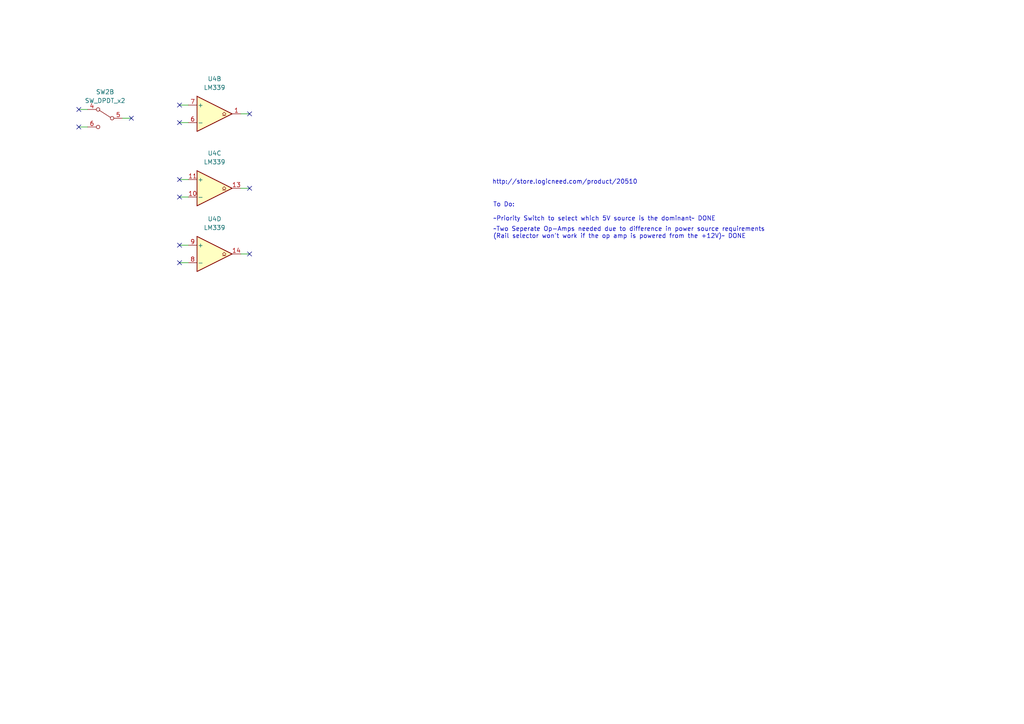
<source format=kicad_sch>
(kicad_sch (version 20231120) (generator "eeschema") (generator_version "8.0")
  (paper "A4")
  (title_block (title "ATMEGA32A AVR Kit") (date "2023-12-08") (rev "C1") (company "Team Exotic") (comment 1 "Author: Morad Tamer"))
  (lib_symbols
    (symbol "Comparator:LM339" (pin_names (offset 0.127))
      (property "Reference" "U" (at 0 5.08 0))
      (property "Value" "LM339" (at 0 -5.08 0))
      (symbol "LM339_1_1"
        (polyline (pts (xy -5.08 5.08) (xy 5.08 0) (xy -5.08 -5.08) (xy -5.08 5.08)) (stroke (width 0.254)) (fill (type background)))
        (polyline (pts (xy 3.302 -0.508) (xy 2.794 -0.508) (xy 3.302 0) (xy 2.794 0.508) (xy 2.286 0) (xy 2.794 -0.508) (xy 2.286 -0.508)) (stroke (width 0.127)))
        (pin open_collector line (at 7.62 0 180) (length 2.54) (name "~") (number "2"))
        (pin input line (at -7.62 -2.54 0) (length 2.54) (name "-") (number "4"))
        (pin input line (at -7.62 2.54 0) (length 2.54) (name "+") (number "5"))
      )
      (symbol "LM339_2_1"
        (polyline (pts (xy -5.08 5.08) (xy 5.08 0) (xy -5.08 -5.08) (xy -5.08 5.08)) (stroke (width 0.254)) (fill (type background)))
        (polyline (pts (xy 3.302 -0.508) (xy 2.794 -0.508) (xy 3.302 0) (xy 2.794 0.508) (xy 2.286 0) (xy 2.794 -0.508) (xy 2.286 -0.508)) (stroke (width 0.127)))
        (pin open_collector line (at 7.62 0 180) (length 2.54) (name "~") (number "1"))
        (pin input line (at -7.62 -2.54 0) (length 2.54) (name "-") (number "6"))
        (pin input line (at -7.62 2.54 0) (length 2.54) (name "+") (number "7"))
      )
      (symbol "LM339_3_1"
        (polyline (pts (xy -5.08 5.08) (xy 5.08 0) (xy -5.08 -5.08) (xy -5.08 5.08)) (stroke (width 0.254)) (fill (type background)))
        (polyline (pts (xy 3.302 -0.508) (xy 2.794 -0.508) (xy 3.302 0) (xy 2.794 0.508) (xy 2.286 0) (xy 2.794 -0.508) (xy 2.286 -0.508)) (stroke (width 0.127)))
        (pin input line (at -7.62 -2.54 0) (length 2.54) (name "-") (number "10"))
        (pin input line (at -7.62 2.54 0) (length 2.54) (name "+") (number "11"))
        (pin open_collector line (at 7.62 0 180) (length 2.54) (name "~") (number "13"))
      )
      (symbol "LM339_4_1"
        (polyline (pts (xy -5.08 5.08) (xy 5.08 0) (xy -5.08 -5.08) (xy -5.08 5.08)) (stroke (width 0.254)) (fill (type background)))
        (polyline (pts (xy 3.302 -0.508) (xy 2.794 -0.508) (xy 3.302 0) (xy 2.794 0.508) (xy 2.286 0) (xy 2.794 -0.508) (xy 2.286 -0.508)) (stroke (width 0.127)))
        (pin open_collector line (at 7.62 0 180) (length 2.54) (name "~") (number "14"))
        (pin input line (at -7.62 -2.54 0) (length 2.54) (name "-") (number "8"))
        (pin input line (at -7.62 2.54 0) (length 2.54) (name "+") (number "9"))
      )
      (symbol "LM339_5_1"
        (pin power_in line (at -2.54 -7.62 90) (length 3.81) (name "V-") (number "12"))
        (pin power_in line (at -2.54 7.62 270) (length 3.81) (name "V+") (number "3"))
      )
    )
    (symbol "Switch:SW_DPDT_x2" (pin_names (offset 0) hide)
      (property "Reference" "SW" (at 0 4.318 0))
      (property "Value" "SW_DPDT_x2" (at 0 -5.08 0))
      (symbol "SW_DPDT_x2_0_0"
        (circle (center -2.032 0) (radius 0.508))
        (circle (center 2.032 -2.54) (radius 0.508))
      )
      (symbol "SW_DPDT_x2_0_1"
        (polyline (pts (xy -1.524 0.254) (xy 1.651 2.286)))
        (circle (center 2.032 2.54) (radius 0.508))
      )
      (symbol "SW_DPDT_x2_1_1"
        (pin passive line (at 5.08 2.54 180) (length 2.54) (name "A") (number "1"))
        (pin passive line (at -5.08 0 0) (length 2.54) (name "B") (number "2"))
        (pin passive line (at 5.08 -2.54 180) (length 2.54) (name "C") (number "3"))
      )
      (symbol "SW_DPDT_x2_2_1"
        (pin passive line (at 5.08 2.54 180) (length 2.54) (name "A") (number "4"))
        (pin passive line (at -5.08 0 0) (length 2.54) (name "B") (number "5"))
        (pin passive line (at 5.08 -2.54 180) (length 2.54) (name "C") (number "6"))
      )
    )
  )
  (no_connect (at 52.07 76.2))
  (no_connect (at 52.07 35.56))
  (no_connect (at 52.07 57.15))
  (no_connect (at 72.39 33.02))
  (no_connect (at 38.1 34.29))
  (no_connect (at 22.86 31.75))
  (no_connect (at 22.86 36.83))
  (no_connect (at 52.07 52.07))
  (no_connect (at 72.39 73.66))
  (no_connect (at 52.07 30.48))
  (no_connect (at 72.39 54.61))
  (no_connect (at 52.07 71.12))
  (wire (pts (xy 52.07 30.48) (xy 54.61 30.48)))
  (wire (pts (xy 52.07 35.56) (xy 54.61 35.56)))
  (wire (pts (xy 52.07 71.12) (xy 54.61 71.12)))
  (wire (pts (xy 52.07 52.07) (xy 54.61 52.07)))
  (wire (pts (xy 22.86 31.75) (xy 25.4 31.75)))
  (wire (pts (xy 38.1 34.29) (xy 35.56 34.29)))
  (wire (pts (xy 72.39 33.02) (xy 69.85 33.02)))
  (wire (pts (xy 72.39 73.66) (xy 69.85 73.66)))
  (wire (pts (xy 52.07 76.2) (xy 54.61 76.2)))
  (wire (pts (xy 72.39 54.61) (xy 69.85 54.61)))
  (wire (pts (xy 22.86 36.83) (xy 25.4 36.83)))
  (wire (pts (xy 52.07 57.15) (xy 54.61 57.15)))
  (text "http://store.logicneed.com/product/20510" (at 142.748 53.594 0) (effects (font (size 1.27 1.27)) (justify left bottom)))
  (text "~Two Seperate Op-Amps needed due to difference in power source requirements\n(Rail selector won't work if the op amp is powered from the +12V)~ DONE" (at 143.002 69.342 0) (effects (font (size 1.27 1.27)) (justify left bottom)))
  (text "To Do:\n\n~Priority Switch to select which 5V source is the dominant~ DONE" (at 143.002 64.262 0) (effects (font (size 1.27 1.27)) (justify left bottom)))
  (symbol (lib_id "Comparator:LM339") (at 62.23 73.66 0) (unit 4)
    (property "Reference" "U4" (at 62.23 63.5 0))
    (property "Value" "LM339" (at 62.23 66.04 0))
    (property "Footprint" "Package_SO:SOIC-14_3.9x8.7mm_P1.27mm" (effects (hide yes)))
    (property "Datasheet" "https://www.st.com/resource/en/datasheet/lm139.pdf" (effects (hide yes)))
  )
  (symbol (lib_id "Switch:SW_DPDT_x2") (at 30.48 34.29 0) (mirror y) (unit 2)
    (property "Reference" "SW2" (at 30.48 26.67 0))
    (property "Value" "SW_DPDT_x2" (at 30.48 29.21 0))
    (property "Footprint" "M's Library:SW_Push_DPDT_Toggle_7.0mm" (effects (hide yes)))
    (property "Local Seller" "https://makerselectronics.com/product/push-button-6-pins-self-lock-8x8mm" (effects (hide yes)))
  )
  (symbol (lib_id "Comparator:LM339") (at 62.23 33.02 0) (unit 2)
    (property "Reference" "U4" (at 62.23 22.86 0))
    (property "Value" "LM339" (at 62.23 25.4 0))
    (property "Footprint" "Package_SO:SOIC-14_3.9x8.7mm_P1.27mm" (effects (hide yes)))
    (property "Datasheet" "https://www.st.com/resource/en/datasheet/lm139.pdf" (effects (hide yes)))
  )
  (symbol (lib_id "Comparator:LM339") (at 62.23 54.61 0) (unit 3)
    (property "Reference" "U4" (at 62.23 44.45 0))
    (property "Value" "LM339" (at 62.23 46.99 0))
    (property "Footprint" "Package_SO:SOIC-14_3.9x8.7mm_P1.27mm" (effects (hide yes)))
    (property "Datasheet" "https://www.st.com/resource/en/datasheet/lm139.pdf" (effects (hide yes)))
  )
)
</source>
